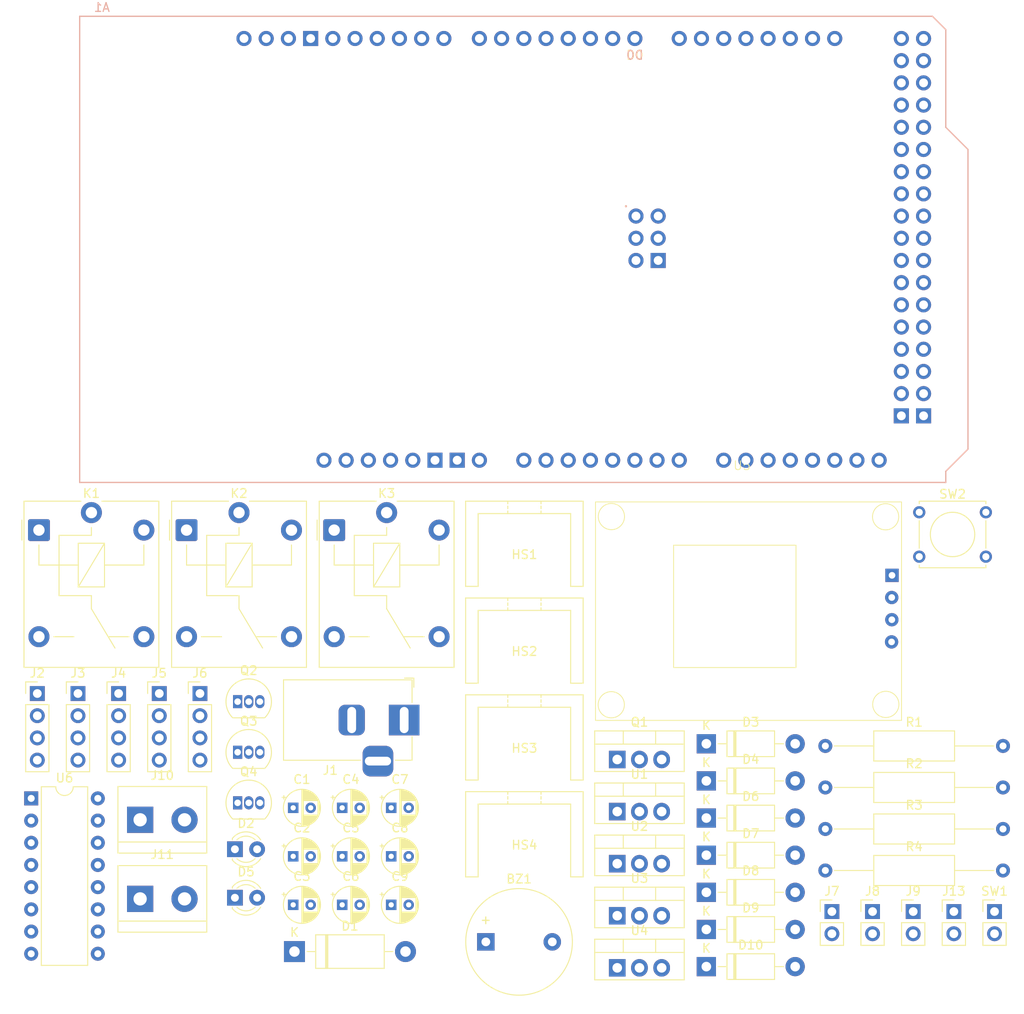
<source format=kicad_pcb>
(kicad_pcb (version 20240108) (generator "pcbnew") (generator_version "8.0")
  (layers (0 "F.Cu" signal) (31 "B.Cu" signal) (34 "B.Paste" user) (35 "F.Paste" user) (36 "B.SilkS" user "B.Silkscreen") (37 "F.SilkS" user "F.Silkscreen") (38 "B.Mask" user) (39 "F.Mask" user) (44 "Edge.Cuts" user))
  (net 0 "")
  (net 1 "/IN2")
  (net 2 "/MPU_SDA")
  (net 7 "/GPS_RX")
  (net 10 "/MPU_SCL")
  (net 19 "/IN1")
  (net 26 "/US1_TR")
  (net 27 "/US5_EC")
  (net 28 "/US2_TR")
  (net 31 "12V_REG")
  (net 32 "/ENA")
  (net 34 "Net-(BZ1-+)")
  (net 38 "/GPS_TX")
  (net 40 "/US5_TR")
  (net 42 "/US3_TR")
  (net 44 "/US2_EC")
  (net 46 "/US1_EC")
  (net 50 "/US3_EC")
  (net 53 "/ENB")
  (net 58 "/FLOW_METER")
  (net 63 "/PUMP_ACTIVATE")
  (net 66 "/USER_LED")
  (net 70 "/IN3")
  (net 71 "Net-(A1-RESET)")
  (net 72 "/IN4")
  (net 75 "/SPRAY_GUN_REL")
  (net 79 "/US4_TR")
  (net 82 "/US4_EC")
  (net 83 "/SOLND_REL")
  (net 88 "Earth")
  (net 92 "12V_UNREG")
  (net 93 "6V_REG")
  (net 94 "5V_REG")
  (net 95 "9V_REG")
  (net 96 "Net-(D1-A)")
  (net 97 "Net-(D2-K)")
  (net 98 "Net-(D2-A)")
  (net 99 "Net-(D3-A)")
  (net 100 "Net-(D4-A)")
  (net 101 "Net-(D5-K)")
  (net 102 "Net-(D6-K)")
  (net 103 "Net-(D7-K)")
  (net 104 "Net-(D8-K)")
  (net 105 "Net-(D9-K)")
  (net 106 "Net-(D10-A)")
  (net 107 "Net-(SW1-A)")
  (net 108 "Net-(J8-Pin_1)")
  (net 109 "Net-(J8-Pin_2)")
  (net 110 "Net-(J9-Pin_1)")
  (net 111 "Net-(J9-Pin_2)")
  (net 112 "Net-(J13-Pin_1)")
  (net 113 "Net-(J13-Pin_2)")
  (footprint "Capacitor_THT:CP_Radial_D4.0mm_P2.00mm" (layer "F.Cu") (at 84.534801 132.29)
    (property "Reference" "C3" (at 1 -3.25 0) (layer "F.SilkS"))
    (property "Value" "C")
    (pad "1" thru_hole rect (at 0 0) (size 1.2 1.2) (drill 0.6) (layers "*.Cu" "*.Mask") (net 92 "12V_UNREG"))
    (pad "2" thru_hole circle (at 2 0) (size 1.2 1.2) (drill 0.6) (layers "*.Cu" "*.Mask") (net 88 "Earth"))
  )
  (footprint "Resistor_THT:R_Axial_DIN0309_L9.0mm_D3.2mm_P20.32mm_Horizontal" (layer "F.Cu") (at 145.4 128.36)
    (property "Reference" "R4" (at 10.16 -2.72 0) (layer "F.SilkS"))
    (property "Value" "10K")
    (pad "1" thru_hole circle (at 0 0) (size 1.6 1.6) (drill 0.8) (layers "*.Cu" "*.Mask") (net 94 "5V_REG"))
    (pad "2" thru_hole oval (at 20.32 0) (size 1.6 1.6) (drill 0.8) (layers "*.Cu" "*.Mask") (net 71 "Net-(A1-RESET)"))
  )
  (footprint "Connector_PinHeader_2.54mm:PinHeader_1x04_P2.54mm_Vertical" (layer "F.Cu") (at 69.22 108.11)
    (property "Reference" "J5" (at 0 -2.33 0) (layer "F.SilkS"))
    (property "Value" "u-sonic-4")
    (pad "1" thru_hole rect (at 0 0) (size 1.7 1.7) (drill 1) (layers "*.Cu" "*.Mask") (net 88 "Earth"))
    (pad "2" thru_hole oval (at 0 2.54) (size 1.7 1.7) (drill 1) (layers "*.Cu" "*.Mask") (net 82 "/US4_EC"))
    (pad "3" thru_hole oval (at 0 5.08) (size 1.7 1.7) (drill 1) (layers "*.Cu" "*.Mask") (net 79 "/US4_TR"))
    (pad "4" thru_hole oval (at 0 7.62) (size 1.7 1.7) (drill 1) (layers "*.Cu" "*.Mask") (net 94 "5V_REG"))
  )
  (footprint "Resistor_THT:R_Axial_DIN0309_L9.0mm_D3.2mm_P20.32mm_Horizontal" (layer "F.Cu") (at 145.4 123.61)
    (property "Reference" "R3" (at 10.16 -2.72 0) (layer "F.SilkS"))
    (property "Value" "R")
    (pad "1" thru_hole circle (at 0 0) (size 1.6 1.6) (drill 0.8) (layers "*.Cu" "*.Mask") (net 101 "Net-(D5-K)"))
    (pad "2" thru_hole oval (at 20.32 0) (size 1.6 1.6) (drill 0.8) (layers "*.Cu" "*.Mask") (net 88 "Earth"))
  )
  (footprint "Diode_THT:D_DO-41_SOD81_P10.16mm_Horizontal" (layer "F.Cu") (at 131.79 113.86)
    (property "Reference" "D3" (at 5.08 -2.47 0) (layer "F.SilkS"))
    (property "Value" "1N4001")
    (fp_text user "K" (at 0 -2.1 0) (layer "F.SilkS"))
    (pad "1" thru_hole rect (at 0 0) (size 2.2 2.2) (drill 1.1) (layers "*.Cu" "*.Mask") (net 94 "5V_REG"))
    (pad "2" thru_hole oval (at 10.16 0) (size 2.2 2.2) (drill 1.1) (layers "*.Cu" "*.Mask") (net 99 "Net-(D3-A)"))
  )
  (footprint "Button_Switch_THT:SW_Tactile_Straight_KSA0Axx1LFTR" (layer "F.Cu") (at 156.14 87.37)
    (property "Reference" "SW2" (at 3.81 -2.08 0) (layer "F.SilkS"))
    (property "Value" "RESET")
    (pad "1" thru_hole circle (at 0 0) (size 1.397 1.397) (drill 0.8128) (layers "*.Cu" "*.Mask") (net 88 "Earth"))
    (pad "1" thru_hole circle (at 7.62 0) (size 1.397 1.397) (drill 0.8128) (layers "*.Cu" "*.Mask") (net 88 "Earth"))
    (pad "2" thru_hole circle (at 0 5.08) (size 1.397 1.397) (drill 0.8128) (layers "*.Cu" "*.Mask") (net 71 "Net-(A1-RESET)"))
    (pad "2" thru_hole circle (at 7.62 5.08) (size 1.397 1.397) (drill 0.8128) (layers "*.Cu" "*.Mask") (net 71 "Net-(A1-RESET)"))
  )
  (footprint "Diode_THT:D_DO-41_SOD81_P10.16mm_Horizontal" (layer "F.Cu") (at 131.79 122.36)
    (property "Reference" "D6" (at 5.08 -2.47 0) (layer "F.SilkS"))
    (property "Value" "1N4001")
    (fp_text user "K" (at 0 -2.1 0) (layer "F.SilkS"))
    (pad "1" thru_hole rect (at 0 0) (size 2.2 2.2) (drill 1.1) (layers "*.Cu" "*.Mask") (net 102 "Net-(D6-K)"))
    (pad "2" thru_hole oval (at 10.16 0) (size 2.2 2.2) (drill 1.1) (layers "*.Cu" "*.Mask") (net 88 "Earth"))
  )
  (footprint "Connector_PinHeader_2.54mm:PinHeader_1x02_P2.54mm_Vertical" (layer "F.Cu") (at 146.15 133.06)
    (property "Reference" "J7" (at 0 -2.33 0) (layer "F.SilkS"))
    (property "Value" "FLOW_METER")
    (pad "1" thru_hole rect (at 0 0) (size 1.7 1.7) (drill 1) (layers "*.Cu" "*.Mask") (net 88 "Earth"))
    (pad "2" thru_hole oval (at 0 2.54) (size 1.7 1.7) (drill 1) (layers "*.Cu" "*.Mask") (net 58 "/FLOW_METER"))
  )
  (footprint "Heatsink:Heatsink_Stonecold_HS-S02_13.21x9.53mm" (layer "F.Cu") (at 110.98 119.45)
    (property "Reference" "HS4" (at 0 6 0) (layer "F.SilkS"))
    (property "Value" "5V")
  )
  (footprint "Buzzer_Beeper:Buzzer_12x9.5RM7.6" (layer "F.Cu") (at 106.57 136.53)
    (property "Reference" "BZ1" (at 3.8 -7.2 0) (layer "F.SilkS"))
    (property "Value" "Buzzer")
    (fp_text user "+" (at -0.01 -2.54 0) (layer "F.SilkS"))
    (pad "1" thru_hole rect (at 0 0) (size 2 2) (drill 1) (layers "*.Cu" "*.Mask") (net 34 "Net-(BZ1-+)"))
    (pad "2" thru_hole circle (at 7.6 0) (size 2 2) (drill 1) (layers "*.Cu" "*.Mask") (net 88 "Earth"))
  )
  (footprint "Resistor_THT:R_Axial_DIN0309_L9.0mm_D3.2mm_P20.32mm_Horizontal" (layer "F.Cu") (at 145.4 114.11)
    (property "Reference" "R1" (at 10.16 -2.72 0) (layer "F.SilkS"))
    (property "Value" "R")
    (pad "1" thru_hole circle (at 0 0) (size 1.6 1.6) (drill 0.8) (layers "*.Cu" "*.Mask") (net 96 "Net-(D1-A)"))
    (pad "2" thru_hole oval (at 20.32 0) (size 1.6 1.6) (drill 0.8) (layers "*.Cu" "*.Mask") (net 88 "Earth"))
  )
  (footprint "Diode_THT:D_DO-41_SOD81_P10.16mm_Horizontal" (layer "F.Cu") (at 131.79 130.86)
    (property "Reference" "D8" (at 5.08 -2.47 0) (layer "F.SilkS"))
    (property "Value" "1N4001")
    (fp_text user "K" (at 0 -2.1 0) (layer "F.SilkS"))
    (pad "1" thru_hole rect (at 0 0) (size 2.2 2.2) (drill 1.1) (layers "*.Cu" "*.Mask") (net 104 "Net-(D8-K)"))
    (pad "2" thru_hole oval (at 10.16 0) (size 2.2 2.2) (drill 1.1) (layers "*.Cu" "*.Mask") (net 88 "Earth"))
  )
  (footprint "TerminalBlock:TerminalBlock_bornier-2_P5.08mm" (layer "F.Cu") (at 67.03 131.61)
    (property "Reference" "J11" (at 2.54 -5.08 0) (layer "F.SilkS"))
    (property "Value" "MOTOR_2")
    (pad "1" thru_hole rect (at 0 0) (size 3 3) (drill 1.52) (layers "*.Cu" "*.Mask") (net 104 "Net-(D8-K)"))
    (pad "2" thru_hole circle (at 5.08 0) (size 3 3) (drill 1.52) (layers "*.Cu" "*.Mask") (net 105 "Net-(D9-K)"))
  )
  (footprint "Connector_PinHeader_2.54mm:PinHeader_1x04_P2.54mm_Vertical" (layer "F.Cu") (at 73.87 108.11)
    (property "Reference" "J6" (at 0 -2.33 0) (layer "F.SilkS"))
    (property "Value" "u-sonic-5")
    (pad "1" thru_hole rect (at 0 0) (size 1.7 1.7) (drill 1) (layers "*.Cu" "*.Mask") (net 88 "Earth"))
    (pad "2" thru_hole oval (at 0 2.54) (size 1.7 1.7) (drill 1) (layers "*.Cu" "*.Mask") (net 27 "/US5_EC"))
    (pad "3" thru_hole oval (at 0 5.08) (size 1.7 1.7) (drill 1) (layers "*.Cu" "*.Mask") (net 40 "/US5_TR"))
    (pad "4" thru_hole oval (at 0 7.62) (size 1.7 1.7) (drill 1) (layers "*.Cu" "*.Mask") (net 94 "5V_REG"))
  )
  (footprint "Capacitor_THT:CP_Radial_D4.0mm_P2.00mm" (layer "F.Cu") (at 90.139602 126.74)
    (property "Reference" "C5" (at 1 -3.25 0) (layer "F.SilkS"))
    (property "Value" "C")
    (pad "1" thru_hole rect (at 0 0) (size 1.2 1.2) (drill 0.6) (layers "*.Cu" "*.Mask") (net 92 "12V_UNREG"))
    (pad "2" thru_hole circle (at 2 0) (size 1.2 1.2) (drill 0.6) (layers "*.Cu" "*.Mask") (net 88 "Earth"))
  )
  (footprint "LED_THT:LED_D3.0mm" (layer "F.Cu") (at 77.87 131.48)
    (property "Reference" "D5" (at 1.27 -2.96 0) (layer "F.SilkS"))
    (property "Value" "LED")
    (pad "1" thru_hole rect (at 0 0) (size 1.8 1.8) (drill 0.9) (layers "*.Cu" "*.Mask") (net 101 "Net-(D5-K)"))
    (pad "2" thru_hole circle (at 2.54 0) (size 1.8 1.8) (drill 0.9) (layers "*.Cu" "*.Mask") (net 66 "/USER_LED"))
  )
  (footprint "Capacitor_THT:CP_Radial_D4.0mm_P2.00mm" (layer "F.Cu") (at 90.139602 121.19)
    (property "Reference" "C4" (at 1 -3.25 0) (layer "F.SilkS"))
    (property "Value" "C")
    (pad "1" thru_hole rect (at 0 0) (size 1.2 1.2) (drill 0.6) (layers "*.Cu" "*.Mask") (net 93 "6V_REG"))
    (pad "2" thru_hole circle (at 2 0) (size 1.2 1.2) (drill 0.6) (layers "*.Cu" "*.Mask") (net 88 "Earth"))
  )
  (footprint "Heatsink:Heatsink_Stonecold_HS-S02_13.21x9.53mm" (layer "F.Cu") (at 110.98 97.29)
    (property "Reference" "HS2" (at 0 6 0) (layer "F.SilkS"))
    (property "Value" "6V")
  )
  (footprint "Diode_THT:D_DO-15_P12.70mm_Horizontal" (layer "F.Cu") (at 84.68 137.64)
    (property "Reference" "D1" (at 6.35 -2.92 0) (layer "F.SilkS"))
    (property "Value" "D_Zener")
    (fp_text user "K" (at 0 -2.2 0) (layer "F.SilkS"))
    (pad "1" thru_hole rect (at 0 0) (size 2.4 2.4) (drill 1.2) (layers "*.Cu" "*.Mask") (net 92 "12V_UNREG"))
    (pad "2" thru_hole oval (at 12.7 0) (size 2.4 2.4) (drill 1.2) (layers "*.Cu" "*.Mask") (net 96 "Net-(D1-A)"))
  )
  (footprint "Capacitor_THT:CP_Radial_D4.0mm_P2.00mm" (layer "F.Cu") (at 84.534801 121.19)
    (property "Reference" "C1" (at 1 -3.25 0) (layer "F.SilkS"))
    (property "Value" "C")
    (pad "1" thru_hole rect (at 0 0) (size 1.2 1.2) (drill 0.6) (layers "*.Cu" "*.Mask") (net 92 "12V_UNREG"))
    (pad "2" thru_hole circle (at 2 0) (size 1.2 1.2) (drill 0.6) (layers "*.Cu" "*.Mask") (net 88 "Earth"))
  )
  (footprint "Diode_THT:D_DO-41_SOD81_P10.16mm_Horizontal" (layer "F.Cu") (at 131.79 126.61)
    (property "Reference" "D7" (at 5.08 -2.47 0) (layer "F.SilkS"))
    (property "Value" "1N4001")
    (fp_text user "K" (at 0 -2.1 0) (layer "F.SilkS"))
    (pad "1" thru_hole rect (at 0 0) (size 2.2 2.2) (drill 1.1) (layers "*.Cu" "*.Mask") (net 103 "Net-(D7-K)"))
    (pad "2" thru_hole oval (at 10.16 0) (size 2.2 2.2) (drill 1.1) (layers "*.Cu" "*.Mask") (net 88 "Earth"))
  )
  (footprint "my-modules:NEO-6M-GPS-MODULE" (layer "F.Cu") (at 119.115 86.185)
    (property "Reference" "U5" (at 16.76 -4.16 0) (layer "F.SilkS") (effects (font (thickness 0.1))))
    (property "Value" "~")
    (pad "1" thru_hole rect (at 33.91 8.4) (size 1.524 1.524) (drill 0.762) (layers "*.Cu" "*.Mask") (net 94 "5V_REG"))
    (pad "2" thru_hole circle (at 33.88 10.94) (size 1.524 1.524) (drill 0.762) (layers "*.Cu" "*.Mask") (net 7 "/GPS_RX"))
    (pad "3" thru_hole circle (at 33.89 13.48) (size 1.524 1.524) (drill 0.762) (layers "*.Cu" "*.Mask") (net 38 "/GPS_TX"))
    (pad "4" thru_hole circle (at 33.86 16.02) (size 1.524 1.524) (drill 0.762) (layers "*.Cu" "*.Mask") (net 88 "Earth"))
  )
  (footprint "Relay_THT:Relay_SPDT_Finder_36.11" (layer "F.Cu") (at 55.455 89.41)
    (property "Reference" "K1" (at 6 -4.2 0) (layer "F.SilkS"))
    (property "Value" "FINDER-36.11")
    (pad "11" thru_hole circle (at 6 -2) (size 2.4 2.4) (drill 1.3) (layers "*.Cu" "*.Mask") (net 108 "Net-(J8-Pin_1)") (clearance 0.2))
    (pad "12" thru_hole circle (at 12 12.2) (size 2.4 2.4) (drill 1.3) (layers "*.Cu" "*.Mask"))
    (pad "14" thru_hole circle (at 0 12.2) (size 2.4 2.4) (drill 1.3) (layers "*.Cu" "*.Mask") (net 109 "Net-(J8-Pin_2)"))
    (pad "A1" thru_hole roundrect (at 0 0) (size 2.5 2.5) (drill 1.3) (layers "*.Cu" "*.Mask") (roundrect_rratio 0.1) (net 99 "Net-(D3-A)"))
    (pad "A2" thru_hole circle (at 12 0) (size 2.4 2.4) (drill 1.3) (layers "*.Cu" "*.Mask") (net 94 "5V_REG"))
  )
  (footprint "Package_TO_SOT_THT:TO-220-3_Vertical" (layer "F.Cu") (at 121.6 121.62)
    (property "Reference" "U1" (at 2.54 -4.27 0) (layer "F.SilkS"))
    (property "Value" "LM7909_TO220")
    (pad "1" thru_hole rect (at 0 0) (size 1.905 2) (drill 1.1) (layers "*.Cu" "*.Mask") (net 88 "Earth"))
    (pad "2" thru_hole oval (at 2.54 0) (size 1.905 2) (drill 1.1) (layers "*.Cu" "*.Mask") (net 95 "9V_REG"))
    (pad "3" thru_hole oval (at 5.08 0) (size 1.905 2) (drill 1.1) (layers "*.Cu" "*.Mask") (net 92 "12V_UNREG"))
  )
  (footprint "Relay_THT:Relay_SPDT_Finder_36.11" (layer "F.Cu") (at 72.34 89.41)
    (property "Reference" "K2" (at 6 -4.2 0) (layer "F.SilkS"))
    (property "Value" "FINDER-36.11")
    (pad "11" thru_hole circle (at 6 -2) (size 2.4 2.4) (drill 1.3) (layers "*.Cu" "*.Mask") (net 110 "Net-(J9-Pin_1)") (clearance 0.2))
    (pad "12" thru_hole circle (at 12 12.2) (size 2.4 2.4) (drill 1.3) (layers "*.Cu" "*.Mask"))
    (pad "14" thru_hole circle (at 0 12.2) (size 2.4 2.4) (drill 1.3) (layers "*.Cu" "*.Mask") (net 111 "Net-(J9-Pin_2)"))
    (pad "A1" thru_hole roundrect (at 0 0) (size 2.5 2.5) (drill 1.3) (layers "*.Cu" "*.Mask") (roundrect_rratio 0.1) (net 100 "Net-(D4-A)"))
    (pad "A2" thru_hole circle (at 12 0) (size 2.4 2.4) (drill 1.3) (layers "*.Cu" "*.Mask") (net 94 "5V_REG"))
  )
  (footprint "Heatsink:Heatsink_Stonecold_HS-S02_13.21x9.53mm" (layer "F.Cu") (at 110.98 86.21)
    (property "Reference" "HS1" (at 0 6 0) (layer "F.SilkS"))
    (property "Value" "12V")
  )
  (footprint "Heatsink:Heatsink_Stonecold_HS-S02_13.21x9.53mm" (layer "F.Cu") (at 110.98 108.37)
    (property "Reference" "HS3" (at 0 6 0) (layer "F.SilkS"))
    (property "Value" "9V")
  )
  (footprint "Connector_BarrelJack:BarrelJack_Horizontal" (layer "F.Cu") (at 97.23 111.145)
    (property "Reference" "J1" (at -8.45 5.75 0) (layer "F.SilkS"))
    (property "Value" "12V_BATT")
    (pad "1" thru_hole rect (at 0 0) (size 3.5 3.5) (drill oval 1 3) (layers "*.Cu" "*.Mask") (net 107 "Net-(SW1-A)"))
    (pad "2" thru_hole roundrect (at -6 0) (size 3 3.5) (drill oval 1 3) (layers "*.Cu" "*.Mask") (net 88 "Earth"))
    (pad "3" thru_hole roundrect (at -3 4.7) (size 3.5 3.5) (drill oval 3 1) (layers "*.Cu" "*.Mask"))
  )
  (footprint "Package_TO_SOT_THT:TO-220-3_Vertical" (layer "F.Cu") (at 121.6 115.66)
    (property "Reference" "Q1" (at 2.54 -4.27 0) (layer "F.SilkS"))
    (property "Value" "PMOS")
    (pad "1" thru_hole rect (at 0 0) (size 1.905 2) (drill 1.1) (layers "*.Cu" "*.Mask") (net 98 "Net-(D2-A)"))
    (pad "2" thru_hole oval (at 2.54 0) (size 1.905 2) (drill 1.1) (layers "*.Cu" "*.Mask") (net 96 "Net-(D1-A)"))
    (pad "3" thru_hole oval (at 5.08 0) (size 1.905 2) (drill 1.1) (layers "*.Cu" "*.Mask") (net 92 "12V_UNREG"))
  )
  (footprint "Package_DIP:DIP-16_W7.62mm" (layer "F.Cu") (at 54.57 120.11)
    (property "Reference" "U6" (at 3.81 -2.33 0) (layer "F.SilkS"))
    (property "Value" "L293D")
    (pad "1" thru_hole rect (at 0 0) (size 1.6 1.6) (drill 0.8) (layers "*.Cu" "*.Mask") (net 32 "/ENA"))
    (pad "2" thru_hole oval (at 0 2.54) (size 1.6 1.6) (drill 0.8) (layers "*.Cu" "*.Mask") (net 19 "/IN1"))
    (pad "3" thru_hole oval (at 0 5.08) (size 1.6 1.6) (drill 0.8) (layers "*.Cu" "*.Mask") (net 102 "Net-(D6-K)"))
    (pad "4" thru_hole oval (at 0 7.62) (size 1.6 1.6) (drill 0.8) (layers "*.Cu" "*.Mask") (net 88 "Earth"))
    (pad "5" thru_hole oval (at 0 10.16) (size 1.6 1.6) (drill 0.8) (layers "*.Cu" "*.Mask") (net 88 "Earth"))
    (pad "6" thru_hole oval (at 0 12.7) (size 1.6 1.6) (drill 0.8) (layers "*.Cu" "*.Mask") (net 103 "Net-(D7-K)"))
    (pad "7" thru_hole oval (at 0 15.24) (size 1.6 1.6) (drill 0.8) (layers "*.Cu" "*.Mask") (net 1 "/IN2"))
    (pad "8" thru_hole oval (at 0 17.78) (size 1.6 1.6) (drill 0.8) (layers "*.Cu" "*.Mask") (net 95 "9V_REG"))
    (pad "9" thru_hole oval (at 7.62 17.78) (size 1.6 1.6) (drill 0.8) (layers "*.Cu" "*.Mask") (net 53 "/ENB"))
    (pad "10" thru_hole oval (at 7.62 15.24) (size 1.6 1.6) (drill 0.8) (layers "*.Cu" "*.Mask") (net 70 "/IN3"))
    (pad "11" thru_hole oval (at 7.62 12.7) (size 1.6 1.6) (drill 0.8) (layers "*.Cu" "*.Mask") (net 104 "Net-(D8-K)"))
    (pad "12" thru_hole oval (at 7.62 10.16) (size 1.6 1.6) (drill 0.8) (layers "*.Cu" "*.Mask") (net 88 "Earth"))
    (pad "13" thru_hole oval (at 7.62 7.62) (size 1.6 1.6) (drill 0.8) (layers "*.Cu" "*.Mask") (net 88 "Earth"))
    (pad "14" thru_hole oval (at 7.62 5.08) (size 1.6 1.6) (drill 0.8) (layers "*.Cu" "*.Mask") (net 105 "Net-(D9-K)"))
    (pad "15" thru_hole oval (at 7.62 2.54) (size 1.6 1.6) (drill 0.8) (layers "*.Cu" "*.Mask") (net 72 "/IN4"))
    (pad "16" thru_hole oval (at 7.62 0) (size 1.6 1.6) (drill 0.8) (layers "*.Cu" "*.Mask") (net 94 "5V_REG"))
  )
  (footprint "LED_THT:LED_D3.0mm" (layer "F.Cu") (at 77.87 125.93)
    (property "Reference" "D2" (at 1.27 -2.96 0) (layer "F.SilkS"))
    (property "Value" "LED")
    (pad "1" thru_hole rect (at 0 0) (size 1.8 1.8) (drill 0.9) (layers "*.Cu" "*.Mask") (net 97 "Net-(D2-K)"))
    (pad "2" thru_hole circle (at 2.54 0) (size 1.8 1.8) (drill 0.9) (layers "*.Cu" "*.Mask") (net 98 "Net-(D2-A)"))
  )
  (footprint "Package_TO_SOT_THT:TO-92_Inline" (layer "F.Cu") (at 78.18 109.04)
    (property "Reference" "Q2" (at 1.27 -3.56 0) (layer "F.SilkS"))
    (property "Value" "BC547")
    (pad "1" thru_hole rect (at 0 0) (size 1.05 1.5) (drill 0.75) (layers "*.Cu" "*.Mask") (net 99 "Net-(D3-A)"))
    (pad "2" thru_hole oval (at 1.27 0) (size 1.05 1.5) (drill 0.75) (layers "*.Cu" "*.Mask") (net 83 "/SOLND_REL"))
    (pad "3" thru_hole oval (at 2.54 0) (size 1.05 1.5) (drill 0.75) (layers "*.Cu" "*.Mask") (net 88 "Earth"))
  )
  (footprint "Resistor_THT:R_Axial_DIN0309_L9.0mm_D3.2mm_P20.32mm_Horizontal" (layer "F.Cu") (at 145.4 118.86)
    (property "Reference" "R2" (at 10.16 -2.72 0) (layer "F.SilkS"))
    (property "Value" "R")
    (pad "1" thru_hole circle (at 0 0) (size 1.6 1.6) (drill 0.8) (layers "*.Cu" "*.Mask") (net 97 "Net-(D2-K)"))
    (pad "2" thru_hole oval (at 20.32 0) (size 1.6 1.6) (drill 0.8) (layers "*.Cu" "*.Mask") (net 88 "Earth"))
  )
  (footprint "Connector_PinHeader_2.54mm:PinHeader_1x04_P2.54mm_Vertical" (layer "F.Cu") (at 55.27 108.11)
    (property "Reference" "J2" (at 0 -2.33 0) (layer "F.SilkS"))
    (property "Value" "u-sonic-1")
    (pad "1" thru_hole rect (at 0 0) (size 1.7 1.7) (drill 1) (layers "*.Cu" "*.Mask") (net 88 "Earth"))
    (pad "2" thru_hole oval (at 0 2.54) (size 1.7 1.7) (drill 1) (layers "*.Cu" "*.Mask") (net 46 "/US1_EC"))
    (pad "3" thru_hole oval (at 0 5.08) (size 1.7 1.7) (drill 1) (layers "*.Cu" "*.Mask") (net 26 "/US1_TR"))
    (pad "4" thru_hole oval (at 0 7.62) (size 1.7 1.7) (drill 1) (layers "*.Cu" "*.Mask") (net 94 "5V_REG"))
  )
  (footprint "Diode_THT:D_DO-41_SOD81_P10.16mm_Horizontal" (layer "F.Cu") (at 131.79 135.11)
    (property "Reference" "D9" (at 5.08 -2.47 0) (layer "F.SilkS"))
    (property "Value" "1N4001")
    (fp_text user "K" (at 0 -2.1 0) (layer "F.SilkS"))
    (pad "1" thru_hole rect (at 0 0) (size 2.2 2.2) (drill 1.1) (layers "*.Cu" "*.Mask") (net 105 "Net-(D9-K)"))
    (pad "2" thru_hole oval (at 10.16 0) (size 2.2 2.2) (drill 1.1) (layers "*.Cu" "*.Mask") (net 88 "Earth"))
  )
  (footprint "Connector_PinHeader_2.54mm:PinHeader_1x04_P2.54mm_Vertical" (layer "F.Cu") (at 64.57 108.11)
    (property "Reference" "J4" (at 0 -2.33 0) (layer "F.SilkS"))
    (property "Value" "u-sonic-3")
    (pad "1" thru_hole rect (at 0 0) (size 1.7 1.7) (drill 1) (layers "*.Cu" "*.Mask") (net 88 "Earth"))
    (pad "2" thru_hole oval (at 0 2.54) (size 1.7 1.7) (drill 1) (layers "*.Cu" "*.Mask") (net 50 "/US3_EC"))
    (pad "3" thru_hole oval (at 0 5.08) (size 1.7 1.7) (drill 1) (layers "*.Cu" "*.Mask") (net 42 "/US3_TR"))
    (pad "4" thru_hole oval (at 0 7.62) (size 1.7 1.7) (drill 1) (layers "*.Cu" "*.Mask") (net 94 "5V_REG"))
  )
  (footprint "Connector_PinHeader_2.54mm:PinHeader_1x02_P2.54mm_Vertical" (layer "F.Cu") (at 155.45 133.06)
    (property "Reference" "J9" (at 0 -2.33 0) (layer "F.SilkS"))
    (property "Value" "SPRAY_GUN")
    (pad "1" thru_hole rect (at 0 0) (size 1.7 1.7) (drill 1) (layers "*.Cu" "*.Mask") (net 110 "Net-(J9-Pin_1)"))
    (pad "2" thru_hole oval (at 0 2.54) (size 1.7 1.7) (drill 1) (layers "*.Cu" "*.Mask") (net 111 "Net-(J9-Pin_2)"))
  )
  (footprint "Diode_THT:D_DO-41_SOD81_P10.16mm_Horizontal" (layer "F.Cu") (at 131.79 118.11)
    (property "Reference" "D4" (at 5.08 -2.47 0) (layer "F.SilkS"))
    (property "Value" "1N4001")
    (fp_text user "K" (at 0 -2.1 0) (layer "F.SilkS"))
    (pad "1" thru_hole rect (at 0 0) (size 2.2 2.2) (drill 1.1) (layers "*.Cu" "*.Mask") (net 94 "5V_REG"))
    (pad "2" thru_hole oval (at 10.16 0) (size 2.2 2.2) (drill 1.1) (layers "*.Cu" "*.Mask") (net 100 "Net-(D4-A)"))
  )
  (footprint "Capacitor_THT:CP_Radial_D4.0mm_P2.00mm" (layer "F.Cu") (at 90.139602 132.29)
    (property "Reference" "C6" (at 1 -3.25 0) (layer "F.SilkS"))
    (property "Value" "C")
    (pad "1" thru_hole rect (at 0 0) (size 1.2 1.2) (drill 0.6) (layers "*.Cu" "*.Mask") (net 94 "5V_REG"))
    (pad "2" thru_hole circle (at 2 0) (size 1.2 1.2) (drill 0.6) (layers "*.Cu" "*.Mask") (net 88 "Earth"))
  )
  (footprint "PCM_arduino-library:Arduino_Mega2560_R3_Shield" (layer "F.Cu") (at 60.114 83.954237)
    (property "Reference" "A1" (at 2.54 -54.356 0) (layer "B.SilkS") (effects (justify mirror)))
    (property "Value" "Arduino_Mega2560_R3_Shield")
    (fp_text user "D0" (at 63.5 -48.895 0) (layer "B.SilkS") (effects (justify mirror)))
    (fp_text user "." (at 62.484 -32.004 0) (layer "B.SilkS"))
    (fp_text user "." (at 62.484 -32.004 0) (layer "F.SilkS"))
    (fp_text user "D0" (at 63.5 -48.895 0) (layer "F.SilkS"))
    (pad "" np_thru_hole circle (at 13.97 -2.54) (size 3.2 3.2) (drill 3.2) (layers "*.Cu" "*.Mask"))
    (pad "" np_thru_hole circle (at 15.24 -50.8) (size 3.2 3.2) (drill 3.2) (layers "*.Cu" "*.Mask"))
    (pad "" thru_hole oval (at 27.94 -2.54) (size 1.7272 1.7272) (drill 1.016) (layers "*.Cu" "*.Mask"))
    (pad "" np_thru_hole circle (at 66.04 -35.56) (size 3.2 3.2) (drill 3.2) (layers "*.Cu" "*.Mask"))
    (pad "" np_thru_hole circle (at 66.04 -7.62) (size 3.2 3.2) (drill 3.2) (layers "*.Cu" "*.Mask"))
    (pad "" np_thru_hole circle (at 90.17 -50.8) (size 3.2 3.2) (drill 3.2) (layers "*.Cu" "*.Mask"))
    (pad "" np_thru_hole circle (at 96.52 -2.54) (size 3.2 3.2) (drill 3.2) (layers "*.Cu" "*.Mask"))
    (pad "3V3" thru_hole oval (at 35.56 -2.54) (size 1.7272 1.7272) (drill 1.016) (layers "*.Cu" "*.Mask"))
    (pad "5V1" thru_hole oval (at 38.1 -2.54) (size 1.7272 1.7272) (drill 1.016) (layers "*.Cu" "*.Mask"))
    (pad "5V2" thru_hole oval (at 66.167 -30.48) (size 1.7272 1.7272) (drill 1.016) (layers "*.Cu" "*.Mask"))
    (pad "5V3" thru_hole oval (at 93.98 -50.8) (size 1.7272 1.7272) (drill 1.016) (layers "*.Cu" "*.Mask"))
    (pad "5V4" thru_hole oval (at 96.52 -50.8) (size 1.7272 1.7272) (drill 1.016) (layers "*.Cu" "*.Mask"))
    (pad "A0" thru_hole oval (at 50.8 -2.54) (size 1.7272 1.7272) (drill 1.016) (layers "*.Cu" "*.Mask"))
    (pad "A1" thru_hole oval (at 53.34 -2.54) (size 1.7272 1.7272) (drill 1.016) (layers "*.Cu" "*.Mask"))
    (pad "A2" thru_hole oval (at 55.88 -2.54) (size 1.7272 1.7272) (drill 1.016) (layers "*.Cu" "*.Mask"))
    (pad "A3" thru_hole oval (at 58.42 -2.54) (size 1.7272 1.7272) (drill 1.016) (layers "*.Cu" "*.Mask"))
    (pad "A4" thru_hole oval (at 60.96 -2.54) (size 1.7272 1.7272) (drill 1.016) (layers "*.Cu" "*.Mask"))
    (pad "A5" thru_hole oval (at 63.5 -2.54) (size 1.7272 1.7272) (drill 1.016) (layers "*.Cu" "*.Mask"))
    (pad "A6" thru_hole oval (at 66.04 -2.54) (size 1.7272 1.7272) (drill 1.016) (layers "*.Cu" "*.Mask"))
    (pad "A7" thru_hole oval (at 68.58 -2.54) (size 1.7272 1.7272) (drill 1.016) (layers "*.Cu" "*.Mask"))
    (pad "A8" thru_hole oval (at 73.66 -2.54) (size 1.7272 1.7272) (drill 1.016) (layers "*.Cu" "*.Mask"))
    (pad "A9" thru_hole oval (at 76.2 -2.54) (size 1.7272 1.7272) (drill 1.016) (layers "*.Cu" "*.Mask"))
    (pad "A10" thru_hole oval (at 78.74 -2.54) (size 1.7272 1.7272) (drill 1.016) (layers "*.Cu" "*.Mask"))
    (pad "A11" thru_hole oval (at 81.28 -2.54) (size 1.7272 1.7272) (drill 1.016) (layers "*.Cu" "*.Mask"))
    (pad "A12" thru_hole oval (at 83.82 -2.54) (size 1.7272 1.7272) (drill 1.016) (layers "*.Cu" "*.Mask"))
    (pad "A13" thru_hole oval (at 86.36 -2.54) (size 1.7272 1.7272) (drill 1.016) (layers "*.Cu" "*.Mask") (net 63 "/PUMP_ACTIVATE"))
    (pad "A14" thru_hole oval (at 88.9 -2.54) (size 1.7272 1.7272) (drill 1.016) (layers "*.Cu" "*.Mask") (net 83 "/SOLND_REL"))
    (pad "A15" thru_hole oval (at 91.44 -2.54) (size 1.7272 1.7272) (drill 1.016) (layers "*.Cu" "*.Mask") (net 75 "/SPRAY_GUN_REL"))
    (pad "AREF" thru_hole oval (at 23.876 -50.8) (size 1.7272 1.7272) (drill 1.016) (layers "*.Cu" "*.Mask"))
    (pad "D0" thru_hole oval (at 63.5 -50.8) (size 1.7272 1.7272) (drill 1.016) (layers "*.Cu" "*.Mask"))
    (pad "D1" thru_hole oval (at 60.96 -50.8) (size 1.7272 1.7272) (drill 1.016) (layers "*.Cu" "*.Mask"))
    (pad "D2" thru_hole oval (at 58.42 -50.8) (size 1.7272 1.7272) (drill 1.016) (layers "*.Cu" "*.Mask"))
    (pad "D3" thru_hole oval (at 55.88 -50.8) (size 1.7272 1.7272) (drill 1.016) (layers "*.Cu" "*.Mask"))
    (pad "D4" thru_hole oval (at 53.34 -50.8) (size 1.7272 1.7272) (drill 1.016) (layers "*.Cu" "*.Mask"))
    (pad "D5" thru_hole oval (at 50.8 -50.8) (size 1.7272 1.7272) (drill 1.016) (layers "*.Cu" "*.Mask"))
    (pad "D6" thru_hole oval (at 48.26 -50.8) (size 1.7272 1.7272) (drill 1.016) (layers "*.Cu" "*.Mask"))
    (pad "D7" thru_hole oval (at 45.72 -50.8) (size 1.7272 1.7272) (drill 1.016) (layers "*.Cu" "*.Mask"))
    (pad "D8" thru_hole oval (at 41.656 -50.8) (size 1.7272 1.7272) (drill 1.016) (layers "*.Cu" "*.Mask"))
    (pad "D9" thru_hole oval (at 39.116 -50.8) (size 1.7272 1.7272) (drill 1.016) (layers "*.Cu" "*.Mask"))
    (pad "D10" thru_hole oval (at 36.576 -50.8) (size 1.7272 1.7272) (drill 1.016) (layers "*.Cu" "*.Mask") (net 58 "/FLOW_METER"))
    (pad "D11" thru_hole oval (at 34.036 -50.8) (size 1.7272 1.7272) (drill 1.016) (layers "*.Cu" "*.Mask") (net 32 "/ENA"))
    (pad "D12" thru_hole oval (at 31.496 -50.8) (size 1.7272 1.7272) (drill 1.016) (layers "*.Cu" "*.Mask") (net 53 "/ENB"))
    (pad "D13" thru_hole oval (at 28.956 -50.8) (size 1.7272 1.7272) (drill 1.016) (layers "*.Cu" "*.Mask"))
    (pad "D14" thru_hole oval (at 68.58 -50.8) (size 1.7272 1.7272) (drill 1.016) (layers "*.Cu" "*.Mask"))
    (pad "D15" thru_hole oval (at 71.12 -50.8) (size 1.7272 1.7272) (drill 1.016) (layers "*.Cu" "*.Mask"))
    (pad "D16" thru_hole oval (at 73.66 -50.8) (size 1.7272 1.7272) (drill 1.016) (layers "*.Cu" "*.Mask"))
    (pad "D17" thru_hole oval (at 76.2 -50.8) (size 1.7272 1.7272) (drill 1.016) (layers "*.Cu" "*.Mask"))
    (pad "D18" thru_hole oval (at 78.74 -50.8) (size 1.7272 1.7272) (drill 1.016) (layers "*.Cu" "*.Mask") (net 7 "/GPS_RX"))
    (pad "D19" thru_hole oval (at 81.28 -50.8) (size 1.7272 1.7272) (drill 1.016) (layers "*.Cu" "*.Mask") (net 38 "/GPS_TX"))
    (pad "D20" thru_hole oval (at 83.82 -50.8) (size 1.7272 1.7272) (drill 1.016) (layers "*.Cu" "*.Mask") (net 2 "/MPU_SDA"))
    (pad "D21" thru_hole oval (at 86.36 -50.8) (size 1.7272 1.7272) (drill 1.016) (layers "*.Cu" "*.Mask") (net 10 "/MPU_SCL"))
    (pad "D22" thru_hole oval (at 93.98 -48.26) (size 1.7272 1.7272) (drill 1.016) (layers "*.Cu" "*.Mask"))
    (pad "D23" thru_hole oval (at 96.52 -48.26) (size 1.7272 1.7272) (drill 1.016) (layers "*.Cu" "*.Mask"))
    (pad "D24" thru_hole oval (at 93.98 -45.72) (size 1.7272 1.7272) (drill 1.016) (layers "*.Cu" "*.Mask"))
    (pad "D25" thru_hole oval (at 96.52 -45.72) (size 1.7272 1.7272) (drill 1.016) (layers "*.Cu" "*.Mask"))
    (pad "D26" thru_hole oval (at 93.98 -43.18) (size 1.7272 1.7272) (drill 1.016) (layers "*.Cu" "*.Mask") (net 72 "/IN4"))
    (pad "D27" thru_hole oval (at 96.52 -43.18) (size 1.7272 1.7272) (drill 1.016) (layers "*.Cu" "*.Mask") (net 70 "/IN3"))
    (pad "D28" thru_hole oval (at 93.98 -40.64) (size 1.7272 1.7272) (drill 1.016) (layers "*.Cu" "*.Mask") (net 1 "/IN2"))
    (pad "D29" thru_hole oval (at 96.52 -40.64) (size 1.7272 1.7272) (drill 1.016) (layers "*.Cu" "*.Mask") (net 19 "/IN1"))
    (pad "D30" thru_hole oval (at 93.98 -38.1) (size 1.7272 1.7272) (drill 1.016) (layers "*.Cu" "*.Mask") (net 26 "/US1_TR"))
    (pad "D31" thru_hole oval (at 96.52 -38.1) (size 1.7272 1.7272) (drill 1.016) (layers "*.Cu" "*.Mask") (net 28 "/US2_TR"))
    (pad "D32" thru_hole oval (at 93.98 -35.56) (size 1.7272 1.7272) (drill 1.016) (layers "*.Cu" "*.Mask") (net 42 "/US3_TR"))
    (pad "D33" thru_hole oval (at 96.52 -35.56) (size 1.7272 1.7272) (drill 1.016) (layers "*.Cu" "*.Mask") (net 79 "/US4_TR"))
    (pad "D34" thru_hole oval (at 93.98 -33.02) (size 1.7272 1.7272) (drill 1.016) (layers "*.Cu" "*.Mask") (net 40 "/US5_TR"))
    (pad "D35" thru_hole oval (at 96.52 -33.02) (size 1.7272 1.7272) (drill 1.016) (layers "*.Cu" "*.Mask") (net 46 "/US1_EC"))
    (pad "D36" thru_hole oval (at 93.98 -30.48) (size 1.7272 1.7272) (drill 1.016) (layers "*.Cu" "*.Mask") (net 44 "/US2_EC"))
    (pad "D37" thru_hole oval (at 96.52 -30.48) (size 1.7272 1.7272) (drill 1.016) (layers "*.Cu" "*.Mask") (net 50 "/US3_EC"))
    (pad "D38" thru_hole oval (at 93.98 -27.94) (size 1.7272 1.7272) (drill 1.016) (layers "*.Cu" "*.Mask") (net 82 "/US4_EC"))
    (pad "D39" thru_hole oval (at 96.52 -27.94) (size 1.7272 1.7272) (drill 1.016) (layers "*.Cu" "*.Mask") (net 27 "/US5_EC"))
    (pad "D40" thru_hole oval (at 93.98 -25.4) (size 1.7272 1.7272) (drill 1.016) (layers "*.Cu" "*.Mask") (net 66 "/USER_LED"))
    (pad "D41" thru_hole oval (at 96.52 -25.4) (size 1.7272 1.7272) (drill 1.016) (layers "*.Cu" "*.Mask") (net 34 "Net-(BZ1-+)"))
    (pad "D42" thru_hole oval (at 93.98 -22.86) (size 1.7272 1.7272) (drill 1.016) (layers "*.Cu" "*.Mask"))
    (pad "D43" thru_hole oval (at 96.52 -22.86) (size 1.7272 1.7272) (drill 1.016) (layers "*.Cu" "*.Mask"))
    (pad "D44" thru_hole oval (at 93.98 -20.32) (size 1.7272 1.7272) (drill 1.016) (layers "*.Cu" "*.Mask"))
    (pad "D45" thru_hole oval (at 96.52 -20.32) (size 1.7272 1.7272) (drill 1.016) (layers "*.Cu" "*.Mask"))
    (pad "D46" thru_hole oval (at 93.98 -17.78) (size 1.7272 1.7272) (drill 1.016) (layers "*.Cu" "*.Mask"))
    (pad "D47" thru_hole oval (at 96.52 -17.78) (size 1.7272 1.7272) (drill 1.016) (layers "*.Cu" "*.Mask"))
    (pad "D48" thru_hole oval (at 93.98 -15.24) (size 1.7272 1.7272) (drill 1.016) (layers "*.Cu" "*.Mask"))
    (pad "D49" thru_hole oval (at 96.52 -15.24) (size 1.7272 1.7272) (drill 1.016) (layers "*.Cu" "*.Mask"))
    (pad "D50" thru_hole oval (at 93.98 -12.7) (size 1.7272 1.7272) (drill 1.016) (layers "*.Cu" "*.Mask"))
    (pad "D51" thru_hole oval (at 96.52 -12.7) (size 1.7272 1.7272) (drill 1.016) (layers "*.Cu" "*.Mask"))
    (pad "D52" thru_hole oval (at 93.98 -10.16) (size 1.7272 1.7272) (drill 1.016) (layers "*.Cu" "*.Mask"))
    (pad "D53" thru_hole oval (at 96.52 -10.16) (size 1.7272 1.7272) (drill 1.016) (layers "*.Cu" "*.Mask"))
    (pad "GND1" thru_hole rect (at 26.416 -50.8) (size 1.7272 1.7272) (drill 1.016) (layers "*.Cu" "*.Mask"))
    (pad "GND2" thru_hole rect (at 40.64 -2.54) (size 1.7272 1.7272) (drill 1.016) (layers "*.Cu" "*.Mask"))
    (pad "GND3" thru_hole rect (at 43.18 -2.54) (size 1.7272 1.7272) (drill 1.016) (layers "*.Cu" "*.Mask"))
    (pad "GND4" thru_hole rect (at 66.167 -25.4) (size 1.7272 1.7272) (drill 1.016) (layers "*.Cu" "*.Mask"))
    (pad "GND5" thru_hole rect (at 93.98 -7.62) (size 1.7272 1.7272) (drill 1.016) (layers "*.Cu" "*.Mask"))
    (pad "GND6" thru_hole rect (at 96.52 -7.62) (size 1.7272 1.7272) (drill 1.016) (layers "*.Cu" "*.Mask") (net 88 "Earth"))
    (pad "IORF" thru_hole oval (at 30.48 -2.54) (size 1.7272 1.7272) (drill 1.016) (layers "*.Cu" "*.Mask"))
    (pad "MISO" thru_hole oval (at 63.627 -30.48) (size 1.7272 1.7272) (drill 1.016) (layers "*.Cu" "*.Mask"))
    (pad "MOSI" thru_hole oval (at 66.167 -27.94) (size 1.7272 1.7272) (drill 1.016) (layers "*.Cu" "*.Mask"))
    (pad "RST1" thru_hole oval (at 33.02 -2.54) (size 1.7272 1.7272) (drill 1.016) (layers "*.Cu" "*.Mask") (net 71 "Net-(A1-RESET)"))
    (pad "RST2" thru_hole oval (at 63.627 -25.4) (size 1.7272 1.7272) (drill 1.016) (layers "*.Cu" "*.Mask"))
    (pad "SCK" thru_hole oval (at 63.627 -27.94) (size 1.7272 1.7272) (drill 1.016) (layers "*.Cu" "*.Mask"))
    (pad "SCL" thru_hole oval (at 18.796 -50.8) (size 1.7272 1.7272) (drill 1.016) (layers "*.Cu" "*.Mask"))
    (pad "SDA" thru_hole oval (at 21.336 -50.8) (size 1.7272 1.7272) (drill 1.016) (layers "*.Cu" "*.Mask"))
    (pad "VIN" thru_hole oval (at 45.72 -2.54) (size 1.7272 1.7272) (drill 1.016) (layers "*.Cu" "*.Mask") (net 31 "12V_REG"))
  )
  (footprint "Capacitor_THT:CP_Radial_D4.0mm_P2.00mm" (layer "F.Cu") (at 84.534801 126.74)
    (property "Reference" "C2" (at 1 -3.25 0) (layer "F.SilkS"))
    (property "Value" "C")
    (pad "1" thru_hole rect (at 0 0) (size 1.2 1.2) (drill 0.6) (layers "*.Cu" "*.Mask") (net 31 "12V_REG"))
    (pad "2" thru_hole circle (at 2 0) (size 1.2 1.2) (drill 0.6) (layers "*.Cu" "*.Mask") (net 88 "Earth"))
  )
  (footprint "Connector_PinHeader_2.54mm:PinHeader_1x02_P2.54mm_Vertical" (layer "F.Cu") (at 164.75 133.06)
    (property "Reference" "SW1" (at 0 -2.33 0) (layer "F.SilkS"))
    (property "Value" "SW_SPST")
    (pad "1" thru_hole rect (at 0 0) (size 1.7 1.7) (drill 1) (layers "*.Cu" "*.Mask") (net 107 "Net-(SW1-A)"))
    (pad "2" thru_hole oval (at 0 2.54) (size 1.7 1.7) (drill 1) (layers "*.Cu" "*.Mask") (net 98 "Net-(D2-A)"))
  )
  (footprint "Package_TO_SOT_THT:TO-92_Inline" (layer "F.Cu") (at 78.18 120.62)
    (property "Reference" "Q4" (at 1.27 -3.56 0) (layer "F.SilkS"))
    (property "Value" "BC547")
    (pad "1" thru_hole rect (at 0 0) (size 1.05 1.5) (drill 0.75) (layers "*.Cu" "*.Mask") (net 106 "Net-(D10-A)"))
    (pad "2" thru_hole oval (at 1.27 0) (size 1.05 1.5) (drill 0.75) (layers "*.Cu" "*.Mask") (net 63 "/PUMP_ACTIVATE"))
    (pad "3" thru_hole oval (at 2.54 0) (size 1.05 1.5) (drill 0.75) (layers "*.Cu" "*.Mask") (net 88 "Earth"))
  )
  (footprint "Package_TO_SOT_THT:TO-92_Inline" (layer "F.Cu") (at 78.18 114.83)
    (property "Reference" "Q3" (at 1.27 -3.56 0) (layer "F.SilkS"))
    (property "Value" "BC547")
    (pad "1" thru_hole rect (at 0 0) (size 1.05 1.5) (drill 0.75) (layers "*.Cu" "*.Mask") (net 100 "Net-(D4-A)"))
    (pad "2" thru_hole oval (at 1.27 0) (size 1.05 1.5) (drill 0.75) (layers "*.Cu" "*.Mask") (net 75 "/SPRAY_GUN_REL"))
    (pad "3" thru_hole oval (at 2.54 0) (size 1.05 1.5) (drill 0.75) (layers "*.Cu" "*.Mask") (net 88 "Earth"))
  )
  (footprint "Relay_THT:Relay_SPDT_Finder_36.11" (layer "F.Cu") (at 89.225 89.41)
    (property "Reference" "K3" (at 6 -4.2 0) (layer "F.SilkS"))
    (property "Value" "FINDER-36.11")
    (pad "11" thru_hole circle (at 6 -2) (size 2.4 2.4) (drill 1.3) (layers "*.Cu" "*.Mask") (net 112 "Net-(J13-Pin_1)") (clearance 0.2))
    (pad "12" thru_hole circle (at 12 12.2) (size 2.4 2.4) (drill 1.3) (layers "*.Cu" "*.Mask"))
    (pad "14" thru_hole circle (at 0 12.2) (size 2.4 2.4) (drill 1.3) (layers "*.Cu" "*.Mask") (net 113 "Net-(J13-Pin_2)"))
    (pad "A1" thru_hole roundrect (at 0 0) (size 2.5 2.5) (drill 1.3) (layers "*.Cu" "*.Mask") (roundrect_rratio 0.1) (net 106 "Net-(D10-A)"))
    (pad "A2" thru_hole circle (at 12 0) (size 2.4 2.4) (drill 1.3) (layers "*.Cu" "*.Mask") (net 94 "5V_REG"))
  )
  (footprint "Capacitor_THT:CP_Radial_D4.0mm_P2.00mm" (layer "F.Cu") (at 95.744403 132.29)
    (property "Reference" "C9" (at 1 -3.25 0) (layer "F.SilkS"))
    (property "Value" "100nF")
    (pad "1" thru_hole rect (at 0 0) (size 1.2 1.2) (drill 0.6) (layers "*.Cu" "*.Mask") (net 71 "Net-(A1-RESET)"))
    (pad "2" thru_hole circle (at 2 0) (size 1.2 1.2) (drill 0.6) (layers "*.Cu" "*.Mask") (net 88 "Earth"))
  )
  (footprint "Package_TO_SOT_THT:TO-220-3_Vertical" (layer "F.Cu") (at 121.6 127.58)
    (property "Reference" "U2" (at 2.54 -4.27 0) (layer "F.SilkS"))
    (property "Value" "LM7812_TO220")
    (pad "1" thru_hole rect (at 0 0) (size 1.905 2) (drill 1.1) (layers "*.Cu" "*.Mask") (net 92 "12V_UNREG"))
    (pad "2" thru_hole oval (at 2.54 0) (size 1.905 2) (drill 1.1) (layers "*.Cu" "*.Mask") (net 88 "Earth"))
    (pad "3" thru_hole oval (at 5.08 0) (size 1.905 2) (drill 1.1) (layers "*.Cu" "*.Mask") (net 31 "12V_REG"))
  )
  (footprint "Package_TO_SOT_THT:TO-220-3_Vertical" (layer "F.Cu") (at 121.6 133.54)
    (property "Reference" "U3" (at 2.54 -4.27 0) (layer "F.SilkS"))
    (property "Value" "LM7805_TO220")
    (pad "1" thru_hole rect (at 0 0) (size 1.905 2) (drill 1.1) (layers "*.Cu" "*.Mask") (net 92 "12V_UNREG"))
    (pad "2" thru_hole oval (at 2.54 0) (size 1.905 2) (drill 1.1) (layers "*.Cu" "*.Mask") (net 88 "Earth"))
    (pad "3" thru_hole oval (at 5.08 0) (size 1.905 2) (drill 1.1) (layers "*.Cu" "*.Mask") (net 94 "5V_REG"))
  )
  (footprint "Diode_THT:D_DO-41_SOD81_P10.16mm_Horizontal" (layer "F.Cu") (at 131.79 139.36)
    (property "Reference" "D10" (at 5.08 -2.47 0) (layer "F.SilkS"))
    (property "Value" "1N4001")
    (fp_text user "K" (at 0 -2.1 0) (layer "F.SilkS"))
    (pad "1" thru_hole rect (at 0 0) (size 2.2 2.2) (drill 1.1) (layers "*.Cu" "*.Mask") (net 94 "5V_REG"))
    (pad "2" thru_hole oval (at 10.16 0) (size 2.2 2.2) (drill 1.1) (layers "*.Cu" "*.Mask") (net 106 "Net-(D10-A)"))
  )
  (footprint "Connector_PinHeader_2.54mm:PinHeader_1x02_P2.54mm_Vertical" (layer "F.Cu") (at 150.8 133.06)
    (property "Reference" "J8" (at 0 -2.33 0) (layer "F.SilkS"))
    (property "Value" "12V_SOLENOID")
    (pad "1" thru_hole rect (at 0 0) (size 1.7 1.7) (drill 1) (layers "*.Cu" "*.Mask") (net 108 "Net-(J8-Pin_1)"))
    (pad "2" thru_hole oval (at 0 2.54) (size 1.7 1.7) (drill 1) (layers "*.Cu" "*.Mask") (net 109 "Net-(J8-Pin_2)"))
  )
  (footprint "TerminalBlock:TerminalBlock_bornier-2_P5.08mm" (layer "F.Cu") (at 67.03 122.56)
    (property "Reference" "J10" (at 2.54 -5.08 0) (layer "F.SilkS"))
    (property "Value" "MOTOR_1")
    (pad "1" thru_hole rect (at 0 0) (size 3 3) (drill 1.52) (layers "*.Cu" "*.Mask") (net 102 "Net-(D6-K)"))
    (pad "2" thru_hole circle (at 5.08 0) (size 3 3) (drill 1.52) (layers "*.Cu" "*.Mask") (net 103 "Net-(D7-K)"))
  )
  (footprint "Connector_PinHeader_2.54mm:PinHeader_1x04_P2.54mm_Vertical" (layer "F.Cu") (at 59.92 108.11)
    (property "Reference" "J3" (at 0 -2.33 0) (layer "F.SilkS"))
    (property "Value" "u-sonic-2")
    (pad "1" thru_hole rect (at 0 0) (size 1.7 1.7) (drill 1) (layers "*.Cu" "*.Mask") (net 88 "Earth"))
    (pad "2" thru_hole oval (at 0 2.54) (size 1.7 1.7) (drill 1) (layers "*.Cu" "*.Mask") (net 44 "/US2_EC"))
    (pad "3" thru_hole oval (at 0 5.08) (size 1.7 1.7) (drill 1) (layers "*.Cu" "*.Mask") (net 28 "/US2_TR"))
    (pad "4" thru_hole oval (at 0 7.62) (size 1.7 1.7) (drill 1) (layers "*.Cu" "*.Mask") (net 94 "5V_REG"))
  )
  (footprint "Capacitor_THT:CP_Radial_D4.0mm_P2.00mm" (layer "F.Cu") (at 95.744403 126.74)
    (property "Reference" "C8" (at 1 -3.25 0) (layer "F.SilkS"))
    (property "Value" "C")
    (pad "1" thru_hole rect (at 0 0) (size 1.2 1.2) (drill 0.6) (layers "*.Cu" "*.Mask") (net 95 "9V_REG"))
    (pad "2" thru_hole circle (at 2 0) (size 1.2 1.2) (drill 0.6) (layers "*.Cu" "*.Mask") (net 88 "Earth"))
  )
  (footprint "Package_TO_SOT_THT:TO-220-3_Vertical" (layer "F.Cu") (at 121.6 139.5)
    (property "Reference" "U4" (at 2.54 -4.27 0) (layer "F.SilkS"))
    (property "Value" "LM7806_TO220")
    (pad "1" thru_hole rect (at 0 0) (size 1.905 2) (drill 1.1) (layers "*.Cu" "*.Mask") (net 92 "12V_UNREG"))
    (pad "2" thru_hole oval (at 2.54 0) (size 1.905 2) (drill 1.1) (layers "*.Cu" "*.Mask") (net 88 "Earth"))
    (pad "3" thru_hole oval (at 5.08 0) (size 1.905 2) (drill 1.1) (layers "*.Cu" "*.Mask") (net 93 "6V_REG"))
  )
  (footprint "Capacitor_THT:CP_Radial_D4.0mm_P2.00mm" (layer "F.Cu") (at 95.744403 121.19)
    (property "Reference" "C7" (at 1 -3.25 0) (layer "F.SilkS"))
    (property "Value" "C")
    (pad "1" thru_hole rect (at 0 0) (size 1.2 1.2) (drill 0.6) (layers "*.Cu" "*.Mask") (net 92 "12V_UNREG"))
    (pad "2" thru_hole circle (at 2 0) (size 1.2 1.2) (drill 0.6) (layers "*.Cu" "*.Mask") (net 88 "Earth"))
  )
  (footprint "Connector_PinHeader_2.54mm:PinHeader_1x02_P2.54mm_Vertical" (layer "F.Cu") (at 160.1 133.06)
    (property "Reference" "J13" (at 0 -2.33 0) (layer "F.SilkS"))
    (property "Value" "PNEUMATIC_PUMP")
    (pad "1" thru_hole rect (at 0 0) (size 1.7 1.7) (drill 1) (layers "*.Cu" "*.Mask") (net 112 "Net-(J13-Pin_1)"))
    (pad "2" thru_hole oval (at 0 2.54) (size 1.7 1.7) (drill 1) (layers "*.Cu" "*.Mask") (net 113 "Net-(J13-Pin_2)"))
  )
)
</source>
